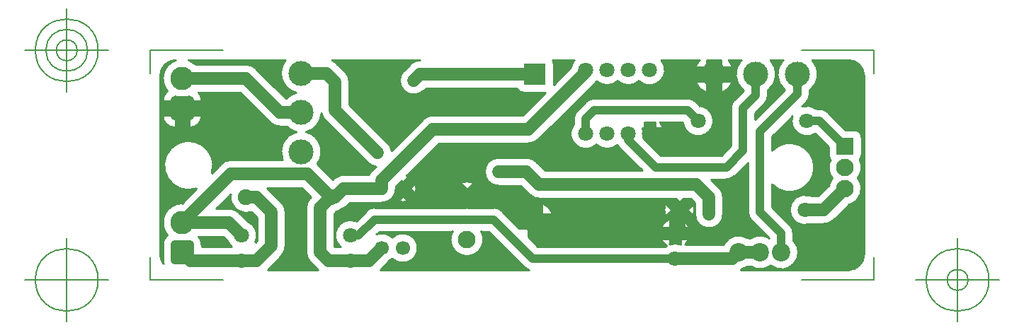
<source format=gbr>
G04 Generated by Ultiboard 14.1 *
%FSLAX34Y34*%
%MOMM*%

%ADD10C,0.0001*%
%ADD11C,0.2540*%
%ADD12C,1.5000*%
%ADD13C,1.0000*%
%ADD14C,0.1270*%
%ADD15R,1.8051X1.8051*%
%ADD16C,0.9949*%
%ADD17C,2.8000*%
%ADD18C,2.1000*%
%ADD19R,2.1000X2.1000*%
%ADD20C,1.0000*%
%ADD21C,1.8000*%
%ADD22C,1.9000*%
%ADD23R,2.6000X2.6000*%
%ADD24C,3.0000*%
%ADD25C,2.2000*%
%ADD26C,1.7000*%
%ADD27C,1.4000*%
%ADD28C,1.2000*%


G04 ColorRGB 0000FF for the following layer *
%LNCopper Bottom*%
%LPD*%
G54D10*
G36*
X461506Y165895D02*
X461506Y165895D01*
X470685Y175074D01*
X526296Y230685D01*
X530065Y234454D01*
G74*
D01*
G03X531087Y235570I11905J11926*
G01*
G75*
D01*
G03X556260Y235786I12473J13350*
G01*
G75*
D01*
G03X581660Y235786I12700J13134*
G01*
G75*
D01*
G03X608338Y260685I12700J13134*
G01*
X608338Y260685D01*
X653888Y260685D01*
G74*
D01*
G03X648667Y252446I17472J16845*
G01*
X648667Y252446D01*
X662754Y252446D01*
X662754Y260685D01*
X679966Y260685D01*
X679966Y252446D01*
X694053Y252446D01*
G74*
D01*
G03X688832Y260685I22693J8606*
G01*
X688832Y260685D01*
X703888Y260685D01*
G75*
D01*
G03X706951Y224310I17472J-16845*
G01*
X706951Y224310D01*
X695761Y213119D01*
G75*
D01*
G03X691561Y202964I10139J-10139*
G01*
X691561Y202964D01*
X691561Y158119D01*
X680041Y146599D01*
X607739Y146599D01*
X586551Y167787D01*
G75*
D01*
G03X586043Y179199I-17591J4933*
G01*
X586043Y179199D01*
X587881Y179199D01*
X587881Y186321D01*
X600839Y186321D01*
X600839Y179199D01*
X611443Y179199D01*
G74*
D01*
G03X606559Y186321I17083J6479*
G01*
X606559Y186321D01*
X633681Y186321D01*
X634175Y185827D01*
G75*
D01*
G03X654453Y206105I18145J2133*
G01*
X654453Y206105D01*
X649769Y210789D01*
G74*
D01*
G03X639620Y214999I10149J10129*
G01*
X639620Y214999D01*
X528320Y214999D01*
G75*
D01*
G03X524748Y214547I0J-14339*
G01*
G74*
D01*
G03X518181Y210799I3572J13887*
G01*
X518181Y210799D01*
X508021Y200639D01*
G75*
D01*
G03X503821Y190480I10139J-10139*
G01*
X503821Y190480D01*
X503821Y184042D01*
G75*
D01*
G03X530860Y159586I14339J-11322*
G01*
G75*
D01*
G03X555879Y159228I12700J13134*
G01*
G74*
D01*
G03X558821Y154961I13081J5872*
G01*
X558821Y154961D01*
X585170Y128611D01*
X469260Y128611D01*
X458966Y138905D01*
G74*
D01*
G03X449671Y143645I11926J11905*
G01*
G75*
D01*
G03X447032Y143851I-2631J-16645*
G01*
X447032Y143851D01*
X414020Y143851D01*
G75*
D01*
G03X414020Y110149I0J-16851*
G01*
X414020Y110149D01*
X440060Y110149D01*
X450364Y99844D01*
G74*
D01*
G03X456829Y95815I11916J11916*
G01*
G75*
D01*
G03X462280Y94909I5451J15945*
G01*
X462280Y94909D01*
X625453Y94909D01*
X629920Y90442D01*
X634387Y94909D01*
X643260Y94909D01*
X648629Y89540D01*
X648629Y76200D01*
G75*
D01*
G03X682331Y76200I16851J0*
G01*
X682331Y76200D01*
X682331Y96520D01*
G74*
D01*
G03X677385Y108446I16851J0*
G01*
X677385Y108446D01*
X667910Y117921D01*
X685980Y117921D01*
G74*
D01*
G03X696130Y122131I0J14339*
G01*
X696130Y122131D01*
X710685Y136687D01*
X710685Y136687D01*
X712101Y138103D01*
X712101Y78761D01*
G75*
D01*
G03X716301Y68601I14339J-21*
G01*
X716301Y68601D01*
X737317Y47584D01*
G75*
D01*
G03X715174Y47331I-10877J-17104*
G01*
X715174Y47331D01*
X712306Y47331D01*
G75*
D01*
G03X682994Y39711I-11266J-16851*
G01*
X682994Y39711D01*
X637007Y39711D01*
G74*
D01*
G03X641923Y46861I12167J13629*
G01*
X641923Y46861D01*
X631319Y46861D01*
X631319Y39943D01*
G75*
D01*
G03X618361Y39943I-6479J-17083*
G01*
X618361Y39943D01*
X618361Y46861D01*
X607757Y46861D01*
G74*
D01*
G03X614764Y38100I17083J6479*
G01*
G74*
D01*
G03X613518Y37199I10076J15240*
G01*
X613518Y37199D01*
X460599Y37199D01*
X448948Y48850D01*
X448948Y59638D01*
X438160Y59638D01*
X417819Y79979D01*
G74*
D01*
G03X407670Y84189I10149J10129*
G01*
X407670Y84189D01*
X377536Y84189D01*
X375920Y85805D01*
X374304Y84189D01*
X265441Y84189D01*
G75*
D01*
G03X255291Y79989I-11J-14339*
G01*
X255291Y79989D01*
X243177Y67876D01*
G75*
D01*
G03X224513Y37171I-6497J-17076*
G01*
X224513Y37171D01*
X217800Y37171D01*
X217511Y37460D01*
X217511Y76840D01*
X219430Y78758D01*
G74*
D01*
G03X222628Y80197I6070J17762*
G01*
G74*
D01*
G03X230356Y84604I4188J16323*
G01*
X230356Y84604D01*
X235580Y89829D01*
X274320Y89829D01*
G75*
D01*
G03X291171Y106680I0J16851*
G01*
X291171Y106680D01*
X291171Y109860D01*
X297735Y116424D01*
X299320Y114839D01*
X305997Y121517D01*
G74*
D01*
G03X303669Y122358I6677J14837*
G01*
X303669Y122358D01*
X342260Y160949D01*
X449580Y160949D01*
G74*
D01*
G03X461506Y165895I0J16851*
G01*
D02*
G37*
%LPC*%
G36*
X662754Y221147D02*
X662754Y221147D01*
X662754Y235234D01*
X648667Y235234D01*
G74*
D01*
G03X662754Y221147I22693J8606*
G01*
D02*
G37*
G36*
X679966Y221147D02*
G74*
D01*
G03X694053Y235234I8606J22693*
G01*
X694053Y235234D01*
X679966Y235234D01*
X679966Y221147D01*
D02*
G37*
G36*
X465452Y89648D02*
X465452Y89648D01*
X465452Y76142D01*
X478958Y76142D01*
G74*
D01*
G03X465452Y89648I21758J8252*
G01*
D02*
G37*
G36*
X465452Y46132D02*
G74*
D01*
G03X478958Y59638I8252J21758*
G01*
X478958Y59638D01*
X465452Y59638D01*
X465452Y46132D01*
D02*
G37*
G36*
X664860Y243840D02*
G75*
D01*
G03X664860Y243840I6500J0*
G01*
D02*
G37*
G36*
X625420Y81280D02*
G75*
D01*
G03X625420Y81280I4500J0*
G01*
D02*
G37*
G36*
X646580Y88778D02*
X646580Y88778D01*
X639082Y81280D01*
X646580Y73782D01*
G75*
D01*
G03X646580Y88778I-16660J7498*
G01*
D02*
G37*
G36*
X631319Y63064D02*
X631319Y63064D01*
X631319Y59819D01*
X641923Y59819D01*
G74*
D01*
G03X631809Y70229I17083J6479*
G01*
X631809Y70229D01*
X629920Y72118D01*
X622422Y64620D01*
G75*
D01*
G03X631319Y63064I7498J16660*
G01*
D02*
G37*
G36*
X613260Y88778D02*
G75*
D01*
G03X613260Y73782I16660J-7498*
G01*
X613260Y73782D01*
X620758Y81280D01*
X613260Y88778D01*
D02*
G37*
G36*
X620340Y53340D02*
G75*
D01*
G03X620340Y53340I4500J0*
G01*
D02*
G37*
G36*
X607757Y59819D02*
X607757Y59819D01*
X618361Y59819D01*
X618361Y70423D01*
G74*
D01*
G03X607757Y59819I6479J17083*
G01*
D02*
G37*
G36*
X611443Y166241D02*
X611443Y166241D01*
X600839Y166241D01*
X600839Y155637D01*
G74*
D01*
G03X611443Y166241I6479J17083*
G01*
D02*
G37*
G36*
X589860Y172720D02*
G75*
D01*
G03X589860Y172720I4500J0*
G01*
D02*
G37*
G36*
X314157Y113357D02*
X314157Y113357D01*
X307479Y106680D01*
X314157Y100003D01*
G75*
D01*
G03X314157Y113357I-14837J6677*
G01*
D02*
G37*
G36*
X295320Y106680D02*
G75*
D01*
G03X295320Y106680I4000J0*
G01*
D02*
G37*
G36*
X448200Y67890D02*
G75*
D01*
G03X448200Y67890I9000J0*
G01*
D02*
G37*
G36*
X435442Y76142D02*
X435442Y76142D01*
X448948Y76142D01*
X448948Y89648D01*
G74*
D01*
G03X435442Y76142I8252J21758*
G01*
D02*
G37*
G36*
X305997Y91843D02*
X305997Y91843D01*
X299320Y98521D01*
X292643Y91843D01*
G75*
D01*
G03X305997Y91843I6677J14837*
G01*
D02*
G37*
G36*
X357892Y103834D02*
G75*
D01*
G03X357892Y87606I18028J-8114*
G01*
X357892Y87606D01*
X366005Y95720D01*
X357892Y103834D01*
D02*
G37*
G36*
X370420Y95720D02*
G75*
D01*
G03X370420Y95720I5500J0*
G01*
D02*
G37*
G36*
X393948Y103834D02*
X393948Y103834D01*
X385835Y95720D01*
X393948Y87606D01*
G75*
D01*
G03X393948Y103834I-18028J8114*
G01*
D02*
G37*
G36*
X367806Y113748D02*
X367806Y113748D01*
X375920Y105635D01*
X384034Y113748D01*
G75*
D01*
G03X367806Y113748I-8114J-18028*
G01*
D02*
G37*
%LPD*%
G36*
X9315Y241945D02*
X9315Y241945D01*
X9315Y28055D01*
G75*
D01*
G02X9303Y27580I-9315J0*
G01*
G74*
D01*
G03X12958Y16922I18752J475*
G01*
G75*
D01*
G02X12221Y21455I13577J4533*
G01*
X12221Y21455D01*
X12221Y39505D01*
G74*
D01*
G02X17882Y50908I14314J0*
G01*
G75*
D01*
G02X34992Y89303I17678J15132*
G01*
X34992Y89303D01*
X52594Y106905D01*
G75*
D01*
G02X70895Y125206I-9414J27715*
G01*
X70895Y125206D01*
X79524Y133836D01*
G74*
D01*
G02X80862Y135038I11916J11916*
G01*
G75*
D01*
G02X93980Y141311I13118J-10578*
G01*
X93980Y141311D01*
X155600Y141311D01*
G75*
D01*
G02X171735Y174620I22200J9809*
G01*
G74*
D01*
G02X160334Y181269I6065J23500*
G01*
X160334Y181269D01*
X152403Y181269D01*
G75*
D01*
G02X140484Y186204I-3J16851*
G01*
X140484Y186204D01*
X104780Y221909D01*
X55126Y221909D01*
G74*
D01*
G02X58899Y212225I10541J9684*
G01*
X58899Y212225D01*
X58899Y211476D01*
X43836Y211476D01*
X43836Y217011D01*
G75*
D01*
G02X27284Y217011I-8276J21749*
G01*
X27284Y217011D01*
X27284Y211476D01*
X12221Y211476D01*
X12221Y212225D01*
G74*
D01*
G02X17882Y223628I14314J0*
G01*
G75*
D01*
G02X27776Y260689I17678J15132*
G01*
G74*
D01*
G02X27580Y260697I279J9311*
G01*
G74*
D01*
G03X9303Y242420I475J18752*
G01*
G74*
D01*
G02X9315Y241945I9303J475*
G01*
D02*
G37*
%LPC*%
G36*
X29060Y203200D02*
G75*
D01*
G02X29060Y203200I6500J0*
G01*
D02*
G37*
G36*
X44585Y179861D02*
X44585Y179861D01*
X43836Y179861D01*
X43836Y194924D01*
X58899Y194924D01*
X58899Y194175D01*
G75*
D01*
G02X44585Y179861I-14314J0*
G01*
D02*
G37*
G36*
X26535Y179861D02*
G75*
D01*
G02X12221Y194175I0J14314*
G01*
X12221Y194175D01*
X12221Y194924D01*
X27284Y194924D01*
X27284Y179861D01*
X26535Y179861D01*
D02*
G37*
%LPD*%
G36*
X831945Y9315D02*
X831945Y9315D01*
X703444Y9315D01*
G74*
D01*
G03X704977Y10596I10024J13545*
G01*
G74*
D01*
G03X712306Y13629I3937J19884*
G01*
X712306Y13629D01*
X715174Y13629D01*
G75*
D01*
G03X739140Y14682I11266J16851*
G01*
G75*
D01*
G03X766179Y44807I12700J15798*
G01*
X766179Y44807D01*
X766179Y53340D01*
G74*
D01*
G03X761969Y63489I14339J0*
G01*
X761969Y63489D01*
X740779Y84679D01*
X740779Y111921D01*
G75*
D01*
G03X740779Y152239I21221J20159*
G01*
X740779Y152239D01*
X740779Y169321D01*
X764888Y193429D01*
G75*
D01*
G03X792472Y172770I17432J-5469*
G01*
X792472Y172770D01*
X808225Y157016D01*
X808225Y146980D01*
G75*
D01*
G03X810397Y141001I9315J0*
G01*
G75*
D01*
G03X812889Y119380I17643J-8921*
G01*
G74*
D01*
G03X808814Y111285I15151J12700*
G01*
X808814Y111285D01*
X795660Y98131D01*
X786979Y98131D01*
G75*
D01*
G03X786979Y64429I-7059J-16851*
G01*
X786979Y64429D01*
X802626Y64429D01*
G75*
D01*
G03X808267Y65396I14J16851*
G01*
G74*
D01*
G03X814566Y69375I5627J15884*
G01*
X814566Y69375D01*
X832645Y87454D01*
G75*
D01*
G03X843191Y119380I-4605J19226*
G01*
G75*
D01*
G03X845683Y141001I-15151J12700*
G01*
G75*
D01*
G03X847855Y146980I-7143J5979*
G01*
X847855Y146980D01*
X847855Y167980D01*
G74*
D01*
G03X838540Y177295I9315J0*
G01*
X838540Y177295D01*
X828504Y177295D01*
X807709Y198089D01*
G74*
D01*
G03X797560Y202299I10149J10129*
G01*
X797560Y202299D01*
X793642Y202299D01*
G75*
D01*
G03X776851Y205392I-11322J-14339*
G01*
X776851Y205392D01*
X781489Y210031D01*
G75*
D01*
G03X785699Y220180I-10129J10149*
G01*
X785699Y220180D01*
X785699Y224259D01*
G75*
D01*
G03X788832Y260685I-14339J19581*
G01*
X788832Y260685D01*
X831945Y260685D01*
G74*
D01*
G03X832420Y260697I0J9315*
G01*
G74*
D01*
G02X850697Y242420I475J18752*
G01*
G74*
D01*
G03X850685Y241945I9303J475*
G01*
X850685Y241945D01*
X850685Y28055D01*
G75*
D01*
G03X850697Y27580I9315J0*
G01*
G74*
D01*
G02X832420Y9303I18752J475*
G01*
G74*
D01*
G03X831945Y9315I475J9303*
G01*
D02*
G37*
G36*
X319591Y260685D02*
X319591Y260685D01*
X214737Y260685D01*
G74*
D01*
G02X220206Y257025I6457J15565*
G01*
X220206Y257025D01*
X230345Y246886D01*
G74*
D01*
G02X235291Y234960I11905J11926*
G01*
X235291Y234960D01*
X235291Y207640D01*
X281156Y161776D01*
G74*
D01*
G02X285918Y152269I11916J11916*
G01*
X285918Y152269D01*
X323364Y189716D01*
G75*
D01*
G02X335284Y194651I11916J-11916*
G01*
X335284Y194651D01*
X442600Y194651D01*
X469474Y221525D01*
X444200Y221525D01*
G75*
D01*
G02X435719Y226989I0J9315*
G01*
X435719Y226989D01*
X327020Y226989D01*
X324336Y224304D01*
G75*
D01*
G02X300504Y248136I-11916J11916*
G01*
X300504Y248136D01*
X308124Y255756D01*
G74*
D01*
G02X316638Y260344I11916J11916*
G01*
G74*
D01*
G02X319591Y260685I3402J16504*
G01*
D02*
G37*
G36*
X393095Y55511D02*
G75*
D01*
G02X358745Y55511I-17175J-9791*
G01*
X358745Y55511D01*
X271369Y55511D01*
X268043Y52184D01*
G75*
D01*
G02X286820Y48190I6277J-16624*
G01*
G75*
D01*
G02X286820Y22930I12500J-12630*
G01*
G74*
D01*
G02X282247Y19656I12500J12630*
G01*
X282247Y19656D01*
X271906Y9315D01*
X449955Y9315D01*
G74*
D01*
G02X444521Y12721I4705J13545*
G01*
X444521Y12721D01*
X401731Y55511D01*
X393095Y55511D01*
D02*
G37*
G36*
X228600Y123531D02*
X228600Y123531D01*
X258854Y123531D01*
G74*
D01*
G02X262404Y128756I15466J6691*
G01*
X262404Y128756D01*
X266831Y133182D01*
G74*
D01*
G02X257324Y137944I2409J16678*
G01*
X257324Y137944D01*
X206524Y188744D01*
G74*
D01*
G02X202035Y196810I11916J11916*
G01*
G74*
D01*
G02X183865Y174620I24235J1310*
G01*
G75*
D01*
G02X197188Y136521I-6065J-23500*
G01*
G74*
D01*
G02X197346Y136365I11768J12061*
G01*
X197346Y136365D01*
X215900Y117811D01*
X216684Y118596D01*
G74*
D01*
G02X224402Y123000I11916J11916*
G01*
G75*
D01*
G02X228600Y123531I4198J-16320*
G01*
D02*
G37*
G36*
X188744Y18564D02*
G75*
D01*
G02X183809Y30495I11916J11916*
G01*
X183809Y30495D01*
X183809Y83799D01*
G75*
D01*
G02X188744Y95736I16851J21*
G01*
X188744Y95736D01*
X189529Y96520D01*
X178440Y107609D01*
X137202Y107609D01*
X154145Y90666D01*
G74*
D01*
G02X159091Y78740I11905J11926*
G01*
X159091Y78740D01*
X159091Y38100D01*
G75*
D01*
G02X154145Y26174I-16851J0*
G01*
X154145Y26174D01*
X137286Y9315D01*
X197994Y9315D01*
X188744Y18564D01*
D02*
G37*
G36*
X159179Y260685D02*
G75*
D01*
G03X171735Y221620I18621J-15565*
G01*
G74*
D01*
G03X160334Y214971I6065J23500*
G01*
X160334Y214971D01*
X159380Y214971D01*
X143666Y230685D01*
X123686Y250665D01*
G74*
D01*
G03X111760Y255611I11926J11905*
G01*
X111760Y255611D01*
X51608Y255611D01*
G74*
D01*
G03X43356Y260685I16048J16851*
G01*
X43356Y260685D01*
X159179Y260685D01*
D02*
G37*
G36*
X123102Y42793D02*
X123102Y42793D01*
X125389Y45080D01*
X125389Y71760D01*
X118244Y78905D01*
G75*
D01*
G02X93307Y99956I-6484J17615*
G01*
X93307Y99956D01*
X76242Y82891D01*
X91432Y82891D01*
G75*
D01*
G02X94071Y82685I8J-16851*
G01*
G74*
D01*
G02X103366Y77945I2631J16645*
G01*
X103366Y77945D01*
X113604Y67707D01*
G75*
D01*
G02X123102Y42793I-6924J-16907*
G01*
D02*
G37*
G36*
X738832Y260685D02*
G75*
D01*
G02X735699Y224259I-17472J-16845*
G01*
X735699Y224259D01*
X735699Y218440D01*
G75*
D01*
G02X731489Y208291I-14339J0*
G01*
X731489Y208291D01*
X720239Y197041D01*
X720239Y189338D01*
X755973Y225071D01*
G75*
D01*
G02X753888Y260685I15387J18769*
G01*
X753888Y260685D01*
X738832Y260685D01*
D02*
G37*
G36*
X504182Y260685D02*
G74*
D01*
G03X500195Y252247I13978J11765*
G01*
X500195Y252247D01*
X479515Y231566D01*
X479515Y256840D01*
G74*
D01*
G03X478684Y260685I9315J0*
G01*
X478684Y260685D01*
X504182Y260685D01*
D02*
G37*
G36*
X58899Y39505D02*
X58899Y39505D01*
X58899Y37171D01*
X94513Y37171D01*
G74*
D01*
G02X89773Y43876I12167J13629*
G01*
X89773Y43876D01*
X84460Y49189D01*
X55126Y49189D01*
G74*
D01*
G02X58899Y39505I10541J9684*
G01*
D02*
G37*
G54D11*
X29060Y203200D02*
G75*
D01*
G02X29060Y203200I6500J0*
G01*
X44585Y179861D02*
X43836Y179861D01*
X43836Y194924D01*
X58899Y194924D01*
X58899Y194175D01*
G75*
D01*
G02X44585Y179861I-14314J0*
G01*
X26535Y179861D02*
G75*
D01*
G02X12221Y194175I0J14314*
G01*
X12221Y194924D01*
X27284Y194924D01*
X27284Y179861D01*
X26535Y179861D01*
X9315Y241945D02*
X9315Y28055D01*
G75*
D01*
G02X9303Y27580I-9315J0*
G01*
G74*
D01*
G03X12958Y16922I18752J475*
G01*
G75*
D01*
G02X12221Y21455I13577J4533*
G01*
X12221Y39505D01*
G74*
D01*
G02X17882Y50908I14314J0*
G01*
G75*
D01*
G02X34992Y89303I17678J15132*
G01*
X52594Y106905D01*
G75*
D01*
G02X70895Y125206I-9414J27715*
G01*
X79524Y133836D01*
G74*
D01*
G02X80862Y135038I11916J11916*
G01*
G75*
D01*
G02X93980Y141311I13118J-10578*
G01*
X155600Y141311D01*
G75*
D01*
G02X171735Y174620I22200J9809*
G01*
G74*
D01*
G02X160334Y181269I6065J23500*
G01*
X152403Y181269D01*
G75*
D01*
G02X140484Y186204I-3J16851*
G01*
X104780Y221909D01*
X55126Y221909D01*
G74*
D01*
G02X58899Y212225I10541J9684*
G01*
X58899Y211476D01*
X43836Y211476D01*
X43836Y217011D01*
G75*
D01*
G02X27284Y217011I-8276J21749*
G01*
X27284Y211476D01*
X12221Y211476D01*
X12221Y212225D01*
G74*
D01*
G02X17882Y223628I14314J0*
G01*
G75*
D01*
G02X27776Y260689I17678J15132*
G01*
G74*
D01*
G02X27580Y260697I279J9311*
G01*
G74*
D01*
G03X9303Y242420I475J18752*
G01*
G74*
D01*
G02X9315Y241945I9303J475*
G01*
X188744Y18564D02*
G75*
D01*
G02X183809Y30495I11916J11916*
G01*
X183809Y83799D01*
G75*
D01*
G02X188744Y95736I16851J21*
G01*
X189529Y96520D01*
X178440Y107609D01*
X137202Y107609D01*
X154145Y90666D01*
G74*
D01*
G02X159091Y78740I11905J11926*
G01*
X159091Y38100D01*
G75*
D01*
G02X154145Y26174I-16851J0*
G01*
X137286Y9315D01*
X197994Y9315D01*
X188744Y18564D01*
X393095Y55511D02*
G75*
D01*
G02X358745Y55511I-17175J-9791*
G01*
X271369Y55511D01*
X268043Y52184D01*
G75*
D01*
G02X286820Y48190I6277J-16624*
G01*
G75*
D01*
G02X286820Y22930I12500J-12630*
G01*
G74*
D01*
G02X282247Y19656I12500J12630*
G01*
X271906Y9315D01*
X449955Y9315D01*
G74*
D01*
G02X444521Y12721I4705J13545*
G01*
X401731Y55511D01*
X393095Y55511D01*
X831945Y9315D02*
X703444Y9315D01*
G74*
D01*
G03X704977Y10596I10024J13545*
G01*
G74*
D01*
G03X712306Y13629I3937J19884*
G01*
X715174Y13629D01*
G75*
D01*
G03X739140Y14682I11266J16851*
G01*
G75*
D01*
G03X766179Y44807I12700J15798*
G01*
X766179Y53340D01*
G74*
D01*
G03X761969Y63489I14339J0*
G01*
X740779Y84679D01*
X740779Y111921D01*
G75*
D01*
G03X740779Y152239I21221J20159*
G01*
X740779Y169321D01*
X764888Y193429D01*
G75*
D01*
G03X792472Y172770I17432J-5469*
G01*
X808225Y157016D01*
X808225Y146980D01*
G75*
D01*
G03X810397Y141001I9315J0*
G01*
G75*
D01*
G03X812889Y119380I17643J-8921*
G01*
G74*
D01*
G03X808814Y111285I15151J12700*
G01*
X795660Y98131D01*
X786979Y98131D01*
G75*
D01*
G03X786979Y64429I-7059J-16851*
G01*
X802626Y64429D01*
G75*
D01*
G03X808267Y65396I14J16851*
G01*
G74*
D01*
G03X814566Y69375I5627J15884*
G01*
X832645Y87454D01*
G75*
D01*
G03X843191Y119380I-4605J19226*
G01*
G75*
D01*
G03X845683Y141001I-15151J12700*
G01*
G75*
D01*
G03X847855Y146980I-7143J5979*
G01*
X847855Y167980D01*
G74*
D01*
G03X838540Y177295I9315J0*
G01*
X828504Y177295D01*
X807709Y198089D01*
G74*
D01*
G03X797560Y202299I10149J10129*
G01*
X793642Y202299D01*
G75*
D01*
G03X776851Y205392I-11322J-14339*
G01*
X781489Y210031D01*
G75*
D01*
G03X785699Y220180I-10129J10149*
G01*
X785699Y224259D01*
G75*
D01*
G03X788832Y260685I-14339J19581*
G01*
X831945Y260685D01*
G74*
D01*
G03X832420Y260697I0J9315*
G01*
G74*
D01*
G02X850697Y242420I475J18752*
G01*
G74*
D01*
G03X850685Y241945I9303J475*
G01*
X850685Y28055D01*
G75*
D01*
G03X850697Y27580I9315J0*
G01*
G74*
D01*
G02X832420Y9303I18752J475*
G01*
G74*
D01*
G03X831945Y9315I475J9303*
G01*
X58899Y39505D02*
X58899Y37171D01*
X94513Y37171D01*
G74*
D01*
G02X89773Y43876I12167J13629*
G01*
X84460Y49189D01*
X55126Y49189D01*
G74*
D01*
G02X58899Y39505I10541J9684*
G01*
X123102Y42793D02*
X125389Y45080D01*
X125389Y71760D01*
X118244Y78905D01*
G75*
D01*
G02X93307Y99956I-6484J17615*
G01*
X76242Y82891D01*
X91432Y82891D01*
G75*
D01*
G02X94071Y82685I8J-16851*
G01*
G74*
D01*
G02X103366Y77945I2631J16645*
G01*
X113604Y67707D01*
G75*
D01*
G02X123102Y42793I-6924J-16907*
G01*
X662754Y221147D02*
X662754Y235234D01*
X648667Y235234D01*
G74*
D01*
G03X662754Y221147I22693J8606*
G01*
X679966Y221147D02*
G74*
D01*
G03X694053Y235234I8606J22693*
G01*
X679966Y235234D01*
X679966Y221147D01*
X465452Y89648D02*
X465452Y76142D01*
X478958Y76142D01*
G74*
D01*
G03X465452Y89648I21758J8252*
G01*
X465452Y46132D02*
G74*
D01*
G03X478958Y59638I8252J21758*
G01*
X465452Y59638D01*
X465452Y46132D01*
X664860Y243840D02*
G75*
D01*
G03X664860Y243840I6500J0*
G01*
X625420Y81280D02*
G75*
D01*
G03X625420Y81280I4500J0*
G01*
X646580Y88778D02*
X639082Y81280D01*
X646580Y73782D01*
G75*
D01*
G03X646580Y88778I-16660J7498*
G01*
X631319Y63064D02*
X631319Y59819D01*
X641923Y59819D01*
G74*
D01*
G03X631809Y70229I17083J6479*
G01*
X629920Y72118D01*
X622422Y64620D01*
G75*
D01*
G03X631319Y63064I7498J16660*
G01*
X613260Y88778D02*
G75*
D01*
G03X613260Y73782I16660J-7498*
G01*
X620758Y81280D01*
X613260Y88778D01*
X620340Y53340D02*
G75*
D01*
G03X620340Y53340I4500J0*
G01*
X607757Y59819D02*
X618361Y59819D01*
X618361Y70423D01*
G74*
D01*
G03X607757Y59819I6479J17083*
G01*
X611443Y166241D02*
X600839Y166241D01*
X600839Y155637D01*
G74*
D01*
G03X611443Y166241I6479J17083*
G01*
X589860Y172720D02*
G75*
D01*
G03X589860Y172720I4500J0*
G01*
X314157Y113357D02*
X307479Y106680D01*
X314157Y100003D01*
G75*
D01*
G03X314157Y113357I-14837J6677*
G01*
X295320Y106680D02*
G75*
D01*
G03X295320Y106680I4000J0*
G01*
X448200Y67890D02*
G75*
D01*
G03X448200Y67890I9000J0*
G01*
X435442Y76142D02*
X448948Y76142D01*
X448948Y89648D01*
G74*
D01*
G03X435442Y76142I8252J21758*
G01*
X305997Y91843D02*
X299320Y98521D01*
X292643Y91843D01*
G75*
D01*
G03X305997Y91843I6677J14837*
G01*
X357892Y103834D02*
G75*
D01*
G03X357892Y87606I18028J-8114*
G01*
X366005Y95720D01*
X357892Y103834D01*
X370420Y95720D02*
G75*
D01*
G03X370420Y95720I5500J0*
G01*
X393948Y103834D02*
X385835Y95720D01*
X393948Y87606D01*
G75*
D01*
G03X393948Y103834I-18028J8114*
G01*
X367806Y113748D02*
X375920Y105635D01*
X384034Y113748D01*
G75*
D01*
G03X367806Y113748I-8114J-18028*
G01*
X461506Y165895D02*
X470685Y175074D01*
X526296Y230685D01*
X530065Y234454D01*
G74*
D01*
G03X531087Y235570I11905J11926*
G01*
G75*
D01*
G03X556260Y235786I12473J13350*
G01*
G75*
D01*
G03X581660Y235786I12700J13134*
G01*
G75*
D01*
G03X608338Y260685I12700J13134*
G01*
X653888Y260685D01*
G74*
D01*
G03X648667Y252446I17472J16845*
G01*
X662754Y252446D01*
X662754Y260685D01*
X679966Y260685D01*
X679966Y252446D01*
X694053Y252446D01*
G74*
D01*
G03X688832Y260685I22693J8606*
G01*
X703888Y260685D01*
G75*
D01*
G03X706951Y224310I17472J-16845*
G01*
X695761Y213119D01*
G75*
D01*
G03X691561Y202964I10139J-10139*
G01*
X691561Y158119D01*
X680041Y146599D01*
X607739Y146599D01*
X586551Y167787D01*
G75*
D01*
G03X586043Y179199I-17591J4933*
G01*
X587881Y179199D01*
X587881Y186321D01*
X600839Y186321D01*
X600839Y179199D01*
X611443Y179199D01*
G74*
D01*
G03X606559Y186321I17083J6479*
G01*
X633681Y186321D01*
X634175Y185827D01*
G75*
D01*
G03X654453Y206105I18145J2133*
G01*
X649769Y210789D01*
G74*
D01*
G03X639620Y214999I10149J10129*
G01*
X528320Y214999D01*
G75*
D01*
G03X524748Y214547I0J-14339*
G01*
G74*
D01*
G03X518181Y210799I3572J13887*
G01*
X508021Y200639D01*
G75*
D01*
G03X503821Y190480I10139J-10139*
G01*
X503821Y184042D01*
G75*
D01*
G03X530860Y159586I14339J-11322*
G01*
G75*
D01*
G03X555879Y159228I12700J13134*
G01*
G74*
D01*
G03X558821Y154961I13081J5872*
G01*
X585170Y128611D01*
X469260Y128611D01*
X458966Y138905D01*
G74*
D01*
G03X449671Y143645I11926J11905*
G01*
G75*
D01*
G03X447032Y143851I-2631J-16645*
G01*
X414020Y143851D01*
G75*
D01*
G03X414020Y110149I0J-16851*
G01*
X440060Y110149D01*
X450364Y99844D01*
G74*
D01*
G03X456829Y95815I11916J11916*
G01*
G75*
D01*
G03X462280Y94909I5451J15945*
G01*
X625453Y94909D01*
X629920Y90442D01*
X634387Y94909D01*
X643260Y94909D01*
X648629Y89540D01*
X648629Y76200D01*
G75*
D01*
G03X682331Y76200I16851J0*
G01*
X682331Y96520D01*
G74*
D01*
G03X677385Y108446I16851J0*
G01*
X667910Y117921D01*
X685980Y117921D01*
G74*
D01*
G03X696130Y122131I0J14339*
G01*
X710685Y136687D01*
X710685Y136687D01*
X712101Y138103D01*
X712101Y78761D01*
G75*
D01*
G03X716301Y68601I14339J-21*
G01*
X737317Y47584D01*
G75*
D01*
G03X715174Y47331I-10877J-17104*
G01*
X712306Y47331D01*
G75*
D01*
G03X682994Y39711I-11266J-16851*
G01*
X637007Y39711D01*
G74*
D01*
G03X641923Y46861I12167J13629*
G01*
X631319Y46861D01*
X631319Y39943D01*
G75*
D01*
G03X618361Y39943I-6479J-17083*
G01*
X618361Y46861D01*
X607757Y46861D01*
G74*
D01*
G03X614764Y38100I17083J6479*
G01*
G74*
D01*
G03X613518Y37199I10076J15240*
G01*
X460599Y37199D01*
X448948Y48850D01*
X448948Y59638D01*
X438160Y59638D01*
X417819Y79979D01*
G74*
D01*
G03X407670Y84189I10149J10129*
G01*
X377536Y84189D01*
X375920Y85805D01*
X374304Y84189D01*
X265441Y84189D01*
G75*
D01*
G03X255291Y79989I-11J-14339*
G01*
X243177Y67876D01*
G75*
D01*
G03X224513Y37171I-6497J-17076*
G01*
X217800Y37171D01*
X217511Y37460D01*
X217511Y76840D01*
X219430Y78758D01*
G74*
D01*
G03X222628Y80197I6070J17762*
G01*
G74*
D01*
G03X230356Y84604I4188J16323*
G01*
X235580Y89829D01*
X274320Y89829D01*
G75*
D01*
G03X291171Y106680I0J16851*
G01*
X291171Y109860D01*
X297735Y116424D01*
X299320Y114839D01*
X305997Y121517D01*
G74*
D01*
G03X303669Y122358I6677J14837*
G01*
X342260Y160949D01*
X449580Y160949D01*
G74*
D01*
G03X461506Y165895I0J16851*
G01*
X228600Y123531D02*
X258854Y123531D01*
G74*
D01*
G02X262404Y128756I15466J6691*
G01*
X266831Y133182D01*
G74*
D01*
G02X257324Y137944I2409J16678*
G01*
X206524Y188744D01*
G74*
D01*
G02X202035Y196810I11916J11916*
G01*
G74*
D01*
G02X183865Y174620I24235J1310*
G01*
G75*
D01*
G02X197188Y136521I-6065J-23500*
G01*
G74*
D01*
G02X197346Y136365I11768J12061*
G01*
X215900Y117811D01*
X216684Y118596D01*
G74*
D01*
G02X224402Y123000I11916J11916*
G01*
G75*
D01*
G02X228600Y123531I4198J-16320*
G01*
X319591Y260685D02*
X214737Y260685D01*
G74*
D01*
G02X220206Y257025I6457J15565*
G01*
X230345Y246886D01*
G74*
D01*
G02X235291Y234960I11905J11926*
G01*
X235291Y207640D01*
X281156Y161776D01*
G74*
D01*
G02X285918Y152269I11916J11916*
G01*
X323364Y189716D01*
G75*
D01*
G02X335284Y194651I11916J-11916*
G01*
X442600Y194651D01*
X469474Y221525D01*
X444200Y221525D01*
G75*
D01*
G02X435719Y226989I0J9315*
G01*
X327020Y226989D01*
X324336Y224304D01*
G75*
D01*
G02X300504Y248136I-11916J11916*
G01*
X308124Y255756D01*
G74*
D01*
G02X316638Y260344I11916J11916*
G01*
G74*
D01*
G02X319591Y260685I3402J16504*
G01*
X738832Y260685D02*
G75*
D01*
G02X735699Y224259I-17472J-16845*
G01*
X735699Y218440D01*
G75*
D01*
G02X731489Y208291I-14339J0*
G01*
X720239Y197041D01*
X720239Y189338D01*
X755973Y225071D01*
G75*
D01*
G02X753888Y260685I15387J18769*
G01*
X738832Y260685D01*
X159179Y260685D02*
G75*
D01*
G03X171735Y221620I18621J-15565*
G01*
G74*
D01*
G03X160334Y214971I6065J23500*
G01*
X159380Y214971D01*
X143666Y230685D01*
X123686Y250665D01*
G74*
D01*
G03X111760Y255611I11926J11905*
G01*
X51608Y255611D01*
G74*
D01*
G03X43356Y260685I16048J16851*
G01*
X159179Y260685D01*
X504182Y260685D02*
G74*
D01*
G03X500195Y252247I13978J11765*
G01*
X479515Y231566D01*
X479515Y256840D01*
G74*
D01*
G03X478684Y260685I9315J0*
G01*
X504182Y260685D01*
G54D12*
X111760Y238760D02*
X152400Y198120D01*
X177800Y198120D01*
X35560Y238760D02*
X111760Y238760D01*
X726440Y30480D02*
X701040Y30480D01*
X624840Y22860D02*
X693420Y22860D01*
X701040Y30480D01*
X624840Y53340D02*
X471750Y53340D01*
X429370Y95720D01*
X310280Y95720D02*
X429370Y95720D01*
X310280Y95720D02*
X299320Y106680D01*
X457200Y243840D02*
X320040Y243840D01*
X312420Y236220D01*
X274320Y106680D02*
X228600Y106680D01*
X449580Y177800D02*
X518160Y246380D01*
X518160Y248920D01*
X228600Y106680D02*
X218440Y96520D01*
X185420Y124460D02*
X213360Y96520D01*
X124460Y96520D02*
X111760Y96520D01*
X142240Y78740D02*
X124460Y96520D01*
X142240Y78740D02*
X142240Y38100D01*
X93980Y124460D02*
X185420Y124460D01*
X35560Y66040D02*
X91440Y121920D01*
X35560Y30480D02*
X45720Y20320D01*
X124460Y20320D01*
X142240Y38100D01*
X259080Y20320D02*
X274320Y35560D01*
X213360Y96520D02*
X200660Y83820D01*
X200660Y30480D01*
X210820Y20320D01*
X259080Y20320D01*
X106680Y50800D02*
X91440Y66040D01*
X35560Y66040D01*
X274320Y116840D02*
X335280Y177800D01*
X274320Y106680D02*
X274320Y116840D01*
X335280Y177800D02*
X449580Y177800D01*
X218440Y234960D02*
X208280Y245120D01*
X177800Y245120D01*
X269240Y149860D02*
X218440Y200660D01*
X218440Y234960D01*
X665480Y76200D02*
X665480Y96520D01*
X665480Y96520D02*
X650240Y111760D01*
X462280Y111760D01*
X447040Y127000D02*
X414020Y127000D01*
X462280Y111760D02*
X447040Y127000D01*
X629920Y81280D02*
X629920Y58420D01*
X828040Y106680D02*
X802640Y81280D01*
X779920Y81280D01*
G54D13*
X528320Y200660D02*
X518160Y190500D01*
X518160Y172720D01*
X721360Y218440D02*
X721360Y243840D01*
X671360Y215100D02*
X683260Y203200D01*
X671360Y243840D02*
X671360Y215100D01*
X683260Y203200D02*
X683260Y160020D01*
X751840Y30480D02*
X751840Y53340D01*
X705900Y202980D02*
X721360Y218440D01*
X771360Y220180D02*
X771360Y243840D01*
X726440Y78740D02*
X726440Y175260D01*
X771360Y220180D01*
X751840Y53340D02*
X726440Y78740D01*
X407670Y69850D02*
X454660Y22860D01*
X265430Y69850D02*
X407670Y69850D01*
X454660Y22860D02*
X624840Y22860D01*
X236680Y50800D02*
X246380Y50800D01*
X265430Y69850D01*
X568960Y165100D02*
X568960Y172720D01*
X705900Y152180D02*
X705900Y202980D01*
X673500Y150260D02*
X616820Y150260D01*
X683260Y160020D02*
X673500Y150260D01*
X616820Y150260D02*
X594360Y172720D01*
X685980Y132260D02*
X705900Y152180D01*
X601800Y132260D02*
X685980Y132260D01*
X568960Y165100D02*
X601800Y132260D01*
X528320Y200660D02*
X639620Y200660D01*
X652320Y187960D01*
X782320Y187960D02*
X797560Y187960D01*
X828040Y157480D01*
G54D14*
X-2540Y-2540D02*
X-2540Y24968D01*
X-2540Y-2540D02*
X83968Y-2540D01*
X862540Y-2540D02*
X776032Y-2540D01*
X862540Y-2540D02*
X862540Y24968D01*
X862540Y272540D02*
X862540Y245032D01*
X862540Y272540D02*
X776032Y272540D01*
X-2540Y272540D02*
X83968Y272540D01*
X-2540Y272540D02*
X-2540Y245032D01*
X-52540Y-2540D02*
X-152540Y-2540D01*
X-102540Y-52540D02*
X-102540Y47460D01*
X-140040Y-2540D02*
G75*
D01*
G02X-140040Y-2540I37500J0*
G01*
X912540Y-2540D02*
X1012540Y-2540D01*
X962540Y-52540D02*
X962540Y47460D01*
X925040Y-2540D02*
G75*
D01*
G02X925040Y-2540I37500J0*
G01*
X950040Y-2540D02*
G75*
D01*
G02X950040Y-2540I12500J0*
G01*
X-52540Y272540D02*
X-152540Y272540D01*
X-102540Y222540D02*
X-102540Y322540D01*
X-140040Y272540D02*
G75*
D01*
G02X-140040Y272540I37500J0*
G01*
X-127540Y272540D02*
G75*
D01*
G02X-127540Y272540I25000J0*
G01*
X-115040Y272540D02*
G75*
D01*
G02X-115040Y272540I12500J0*
G01*
G54D15*
X35560Y203200D03*
X35560Y30480D03*
G54D16*
X26535Y194175D02*
X44585Y194175D01*
X44585Y212225D01*
X26535Y212225D01*
X26535Y194175D01*D02*
X26535Y21455D02*
X44585Y21455D01*
X44585Y39505D01*
X26535Y39505D01*
X26535Y21455D01*D02*
G54D17*
X35560Y238760D03*
X35560Y66040D03*
X457200Y67890D03*
G54D18*
X828040Y106680D03*
X828040Y132080D03*
X375920Y95720D03*
X375920Y45720D03*
G54D19*
X828040Y157480D03*
G54D20*
X312420Y236220D03*
X269240Y149860D03*
G54D21*
X624840Y22860D03*
X624840Y53340D03*
X236680Y50800D03*
X106680Y50800D03*
X236680Y20320D03*
X106680Y20320D03*
X518160Y248920D03*
X543560Y248920D03*
X543560Y172720D03*
X568960Y248920D03*
X568960Y172720D03*
X594360Y248920D03*
X594360Y172720D03*
X518160Y172720D03*
X652320Y187960D03*
X782320Y187960D03*
X779920Y81280D03*
X629920Y81280D03*
G54D22*
X111760Y96520D03*
X213360Y96520D03*
G54D23*
X457200Y243840D03*
G54D24*
X177800Y151120D03*
X177800Y245120D03*
X177800Y198120D03*
X671360Y243840D03*
X721360Y243840D03*
X771360Y243840D03*
G54D25*
X701040Y30480D03*
X726440Y30480D03*
X751840Y30480D03*
G54D26*
X299320Y35560D03*
X274320Y35560D03*
G54D27*
X299320Y106680D03*
X274320Y106680D03*
G54D28*
X414020Y127000D03*
X665480Y76200D03*

M02*

</source>
